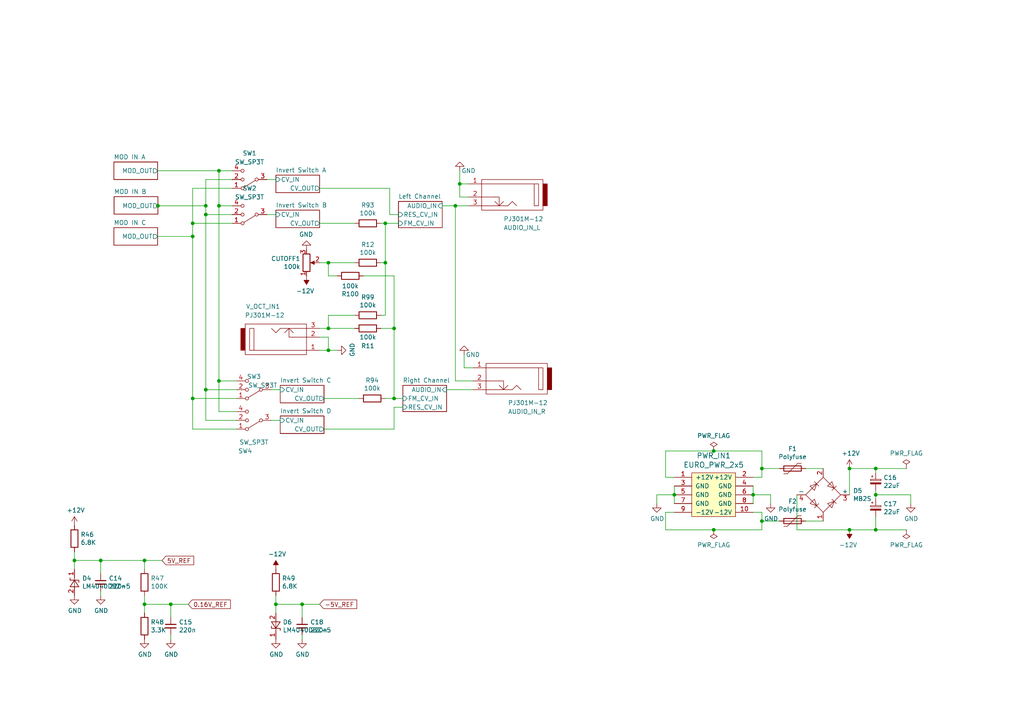
<source format=kicad_sch>
(kicad_sch (version 20230121) (generator eeschema)
  (paper "A4")
  (title_block (title "Schräg") (date "2019-08-04") (rev "1") (comment 1 "8HP Remix of the Bastl Cinnamon filter with CV control over resonance"))
  (lib_symbols
    (symbol "Device:C_Small" (pin_numbers hide) (pin_names (offset 0.254) hide)
      (property "Reference" "C" (at 0.254 1.778 0))
      (property "Value" "C_Small" (at 0.254 -2.032 0))
      (symbol "C_Small_0_1"
        (polyline (pts (xy -1.524 -0.508) (xy 1.524 -0.508)) (stroke (width 0.3302)))
        (polyline (pts (xy -1.524 0.508) (xy 1.524 0.508)) (stroke (width 0.3048)))
      )
      (symbol "C_Small_1_1"
        (pin passive line (at 0 2.54 270) (length 2.032) (name "~") (number "1"))
        (pin passive line (at 0 -2.54 90) (length 2.032) (name "~") (number "2"))
      )
    )
    (symbol "Device:Polyfuse" (pin_numbers hide) (pin_names (offset 0))
      (property "Reference" "F" (at -2.54 0 90))
      (property "Value" "Polyfuse" (at 2.54 0 90))
      (symbol "Polyfuse_0_1"
        (rectangle (start -0.762 2.54) (end 0.762 -2.54) (stroke (width 0.254)))
        (polyline (pts (xy 0 2.54) (xy 0 -2.54)))
        (polyline (pts (xy -1.524 2.54) (xy -1.524 1.524) (xy 1.524 -1.524) (xy 1.524 -2.54)))
      )
      (symbol "Polyfuse_1_1"
        (pin passive line (at 0 3.81 270) (length 1.27) (name "~") (number "1"))
        (pin passive line (at 0 -3.81 90) (length 1.27) (name "~") (number "2"))
      )
    )
    (symbol "Device:R" (pin_numbers hide) (pin_names (offset 0))
      (property "Reference" "R" (at 2.032 0 90))
      (property "Value" "R" (at 0 0 90))
      (symbol "R_0_1"
        (rectangle (start -1.016 -2.54) (end 1.016 2.54) (stroke (width 0.254)))
      )
      (symbol "R_1_1"
        (pin passive line (at 0 3.81 270) (length 1.27) (name "~") (number "1"))
        (pin passive line (at 0 -3.81 90) (length 1.27) (name "~") (number "2"))
      )
    )
    (symbol "Diode_Bridge:MB2S" (pin_names (offset 0))
      (property "Reference" "D" (at 2.54 6.985 0))
      (property "Value" "MB2S" (at 2.54 5.08 0))
      (symbol "MB2S_0_1"
        (polyline (pts (xy -2.54 3.81) (xy -1.27 2.54)))
        (polyline (pts (xy -1.27 -2.54) (xy -2.54 -3.81)))
        (polyline (pts (xy 2.54 -1.27) (xy 3.81 -2.54)))
        (polyline (pts (xy 2.54 1.27) (xy 3.81 2.54)))
        (polyline (pts (xy -3.81 2.54) (xy -2.54 1.27) (xy -1.905 3.175) (xy -3.81 2.54)))
        (polyline (pts (xy -2.54 -1.27) (xy -3.81 -2.54) (xy -1.905 -3.175) (xy -2.54 -1.27)))
        (polyline (pts (xy 1.27 2.54) (xy 2.54 3.81) (xy 3.175 1.905) (xy 1.27 2.54)))
        (polyline (pts (xy 3.175 -1.905) (xy 1.27 -2.54) (xy 2.54 -3.81) (xy 3.175 -1.905)))
        (polyline (pts (xy -5.08 0) (xy 0 -5.08) (xy 5.08 0) (xy 0 5.08) (xy -5.08 0)))
      )
      (symbol "MB2S_1_1"
        (pin passive line (at 0 -7.62 90) (length 2.54) (name "~") (number "1"))
        (pin passive line (at 0 7.62 270) (length 2.54) (name "~") (number "2"))
        (pin passive line (at 7.62 0 180) (length 2.54) (name "+") (number "3"))
        (pin passive line (at -7.62 0 0) (length 2.54) (name "-") (number "4"))
      )
    )
    (symbol "Reference_Voltage:LM4040DBZ-5" (pin_names (offset 0.0254) hide)
      (property "Reference" "U" (at 0 2.54 0))
      (property "Value" "LM4040DBZ-5" (at 0 -3.175 0))
      (symbol "LM4040DBZ-5_0_1"
        (polyline (pts (xy -1.27 0) (xy 0 0) (xy 1.27 0)))
        (polyline (pts (xy -1.27 -1.27) (xy 0.635 0) (xy -1.27 1.27) (xy -1.27 -1.27)) (stroke (width 0.2032)))
        (polyline (pts (xy 0 -1.27) (xy 0.635 -1.27) (xy 0.635 1.27) (xy 1.27 1.27)) (stroke (width 0.2032)))
      )
      (symbol "LM4040DBZ-5_1_1"
        (pin passive line (at 3.81 0 180) (length 2.54) (name "K") (number "1"))
        (pin passive line (at -3.81 0 0) (length 2.54) (name "A") (number "2"))
      )
    )
    (symbol "Schraeg-rescue:CP_Small-Device" (pin_numbers hide) (pin_names (offset 0.254) hide)
      (property "Reference" "C" (at 0.254 1.778 0))
      (property "Value" "Device_CP_Small" (at 0.254 -2.032 0))
      (symbol "CP_Small-Device_0_1"
        (rectangle (start -1.524 -0.3048) (end 1.524 -0.6858) (fill (type outline)))
        (rectangle (start -1.524 0.6858) (end 1.524 0.3048))
        (polyline (pts (xy -1.27 1.524) (xy -0.762 1.524)))
        (polyline (pts (xy -1.016 1.27) (xy -1.016 1.778)))
      )
      (symbol "CP_Small-Device_1_1"
        (pin passive line (at 0 2.54 270) (length 1.8542) (name "~") (number "1"))
        (pin passive line (at 0 -2.54 90) (length 1.8542) (name "~") (number "2"))
      )
    )
    (symbol "Schraeg-rescue:EURO_PWR_2x5-eurocad" (pin_names (offset 1.016))
      (property "Reference" "J" (at 0 -7.62 0))
      (property "Value" "eurocad_EURO_PWR_2x5" (at 0 7.62 0))
      (symbol "EURO_PWR_2x5-eurocad_0_1"
        (rectangle (start -6.35 6.35) (end 6.35 -6.35) (fill (type background)))
      )
      (symbol "EURO_PWR_2x5-eurocad_1_1"
        (pin power_in line (at -11.43 5.08 0) (length 5.08) (name "+12V") (number "1"))
        (pin power_in line (at 11.43 -5.08 180) (length 5.08) (name "-12V") (number "10"))
        (pin power_in line (at 11.43 5.08 180) (length 5.08) (name "+12V") (number "2"))
        (pin power_in line (at -11.43 2.54 0) (length 5.08) (name "GND") (number "3"))
        (pin power_in line (at 11.43 2.54 180) (length 5.08) (name "GND") (number "4"))
        (pin power_in line (at -11.43 0 0) (length 5.08) (name "GND") (number "5"))
        (pin power_in line (at 11.43 0 180) (length 5.08) (name "GND") (number "6"))
        (pin power_in line (at -11.43 -2.54 0) (length 5.08) (name "GND") (number "7"))
        (pin power_in line (at 11.43 -2.54 180) (length 5.08) (name "GND") (number "8"))
        (pin power_in line (at -11.43 -5.08 0) (length 5.08) (name "-12V") (number "9"))
      )
    )
    (symbol "Schraeg-rescue:PJ301M-12-eurocad" (pin_names (offset 1.016))
      (property "Reference" "J" (at -8.89 -5.08 0))
      (property "Value" "eurocad_PJ301M-12" (at -3.81 6.35 0))
      (symbol "PJ301M-12-eurocad_0_1"
        (rectangle (start -11.43 3.81) (end -10.16 -2.54) (fill (type outline)))
        (polyline (pts (xy 3.81 0) (xy 7.62 0) (xy 7.62 0)))
        (polyline (pts (xy 0 -2.54) (xy -1.27 -1.27) (xy -2.54 -2.54) (xy -2.54 -2.54)))
        (polyline (pts (xy 0 -2.54) (xy 7.62 -2.54) (xy 7.62 -2.54) (xy 7.62 -2.54)))
        (polyline (pts (xy 1.27 -1.27) (xy 2.54 -2.54) (xy 3.81 -1.27) (xy 3.81 -1.27)))
        (polyline (pts (xy 3.81 0) (xy 2.54 0) (xy 2.54 -2.54) (xy 2.54 -2.54)))
        (polyline (pts (xy 7.62 3.81) (xy -8.89 3.81) (xy -8.89 -2.54) (xy -7.62 -2.54) (xy -7.62 3.81)))
        (rectangle (start 7.62 -3.81) (end -10.16 5.08))
      )
      (symbol "PJ301M-12-eurocad_1_1"
        (pin passive line (at 11.43 3.81 180) (length 3.81) (name "~") (number "1"))
        (pin passive line (at 11.43 0 180) (length 3.81) (name "~") (number "2"))
        (pin passive line (at 11.43 -2.54 180) (length 3.81) (name "~") (number "3"))
      )
    )
    (symbol "Schraeg-rescue:R_POT-Device" (pin_names (offset 1.016) hide)
      (property "Reference" "RV" (at -4.445 0 90))
      (property "Value" "Device_R_POT" (at -2.54 0 90))
      (symbol "R_POT-Device_0_1"
        (polyline (pts (xy 2.54 0) (xy 1.524 0)))
        (polyline (pts (xy 1.143 0) (xy 2.286 0.508) (xy 2.286 -0.508) (xy 1.143 0)) (fill (type outline)))
        (rectangle (start 1.016 2.54) (end -1.016 -2.54) (stroke (width 0.254)))
      )
      (symbol "R_POT-Device_1_1"
        (pin passive line (at 0 3.81 270) (length 1.27) (name "1") (number "1"))
        (pin passive line (at 3.81 0 180) (length 1.27) (name "2") (number "2"))
        (pin passive line (at 0 -3.81 90) (length 1.27) (name "3") (number "3"))
      )
    )
    (symbol "Switch:SW_SP3T" (pin_names (offset 0) hide)
      (property "Reference" "SW" (at 0 5.08 0))
      (property "Value" "SW_SP3T" (at 0 -5.08 0))
      (symbol "SW_SP3T_0_1"
        (circle (center -2.032 0) (radius 0.4572))
        (polyline (pts (xy -1.651 0.254) (xy 1.651 2.286)))
        (circle (center 2.032 -2.54) (radius 0.4572))
        (circle (center 2.032 0) (radius 0.4572))
        (circle (center 2.032 2.54) (radius 0.4572))
      )
      (symbol "SW_SP3T_1_1"
        (pin passive line (at 5.08 2.54 180) (length 2.54) (name "1") (number "1"))
        (pin passive line (at 5.08 0 180) (length 2.54) (name "2") (number "2"))
        (pin passive line (at -5.08 0 0) (length 2.54) (name "3") (number "3"))
        (pin passive line (at 5.08 -2.54 180) (length 2.54) (name "4") (number "4"))
      )
    )
    (symbol "power:+12V" (power) (pin_names (offset 0))
      (property "Value" "+12V" (at 0 3.556 0))
      (symbol "+12V_0_1"
        (polyline (pts (xy -0.762 1.27) (xy 0 2.54)))
        (polyline (pts (xy 0 0) (xy 0 2.54)))
        (polyline (pts (xy 0 2.54) (xy 0.762 1.27)))
      )
      (symbol "+12V_1_1"
        (pin power_in line (at 0 0 90) (length 0) hide (name "+12V") (number "1"))
      )
    )
    (symbol "power:-12V" (power) (pin_names (offset 0))
      (property "Value" "-12V" (at 0 3.81 0))
      (symbol "-12V_0_0"
        (pin power_in line (at 0 0 90) (length 0) hide (name "-12V") (number "1"))
      )
      (symbol "-12V_0_1"
        (polyline (pts (xy 0 0) (xy 0 1.27) (xy 0.762 1.27) (xy 0 2.54) (xy -0.762 1.27) (xy 0 1.27)) (fill (type outline)))
      )
    )
    (symbol "power:GND" (power) (pin_names (offset 0))
      (property "Value" "GND" (at 0 -3.81 0))
      (symbol "GND_0_1"
        (polyline (pts (xy 0 0) (xy 0 -1.27) (xy 1.27 -1.27) (xy 0 -2.54) (xy -1.27 -1.27) (xy 0 -1.27)))
      )
      (symbol "GND_1_1"
        (pin power_in line (at 0 0 270) (length 0) hide (name "GND") (number "1"))
      )
    )
    (symbol "power:PWR_FLAG" (power) (pin_numbers hide) (pin_names (offset 0) hide)
      (property "Value" "PWR_FLAG" (at 0 3.81 0))
      (symbol "PWR_FLAG_0_0"
        (pin power_out line (at 0 0 90) (length 0) (name "pwr") (number "1"))
      )
      (symbol "PWR_FLAG_0_1"
        (polyline (pts (xy 0 0) (xy 0 1.27) (xy -1.016 1.905) (xy 0 2.54) (xy 1.016 1.905) (xy 0 1.27)))
      )
    )
  )
  (junction (at 45.7932 59.69))
  (junction (at 132.08 59.69))
  (junction (at 220.98 135.89))
  (junction (at 59.69 59.69))
  (junction (at 218.44 143.51))
  (junction (at 41.91 175.26))
  (junction (at 111.76 64.77))
  (junction (at 63.5 110.49))
  (junction (at 29.21 162.56))
  (junction (at 55.88 68.58))
  (junction (at 220.98 151.13))
  (junction (at 80.01 175.26))
  (junction (at 59.69 113.03))
  (junction (at 207.01 130.81))
  (junction (at 254 135.89))
  (junction (at 111.76 76.2))
  (junction (at 21.59 162.56))
  (junction (at 254 153.67))
  (junction (at 49.53 175.26))
  (junction (at 95.25 76.2))
  (junction (at 63.5 49.53))
  (junction (at 63.5 59.69))
  (junction (at 195.58 143.51))
  (junction (at 114.3 115.57))
  (junction (at 59.69 62.23))
  (junction (at 95.25 101.6))
  (junction (at 207.01 153.67))
  (junction (at 87.63 175.26))
  (junction (at 246.38 135.89))
  (junction (at 114.3 95.25))
  (junction (at 133.35 53.34))
  (junction (at 246.38 153.67))
  (junction (at 55.88 64.77))
  (junction (at 55.88 115.57))
  (junction (at 95.25 95.25))
  (junction (at 41.91 162.56))
  (junction (at 254 143.51))
  (wire (pts (xy 254 153.67) (xy 262.89 153.67)))
  (wire (pts (xy 68.58 115.57) (xy 55.88 115.57)))
  (wire (pts (xy 63.5 119.38) (xy 63.5 110.49)))
  (wire (pts (xy 41.91 172.72) (xy 41.91 175.26)))
  (wire (pts (xy 68.58 119.38) (xy 63.5 119.38)))
  (wire (pts (xy 67.31 59.69) (xy 63.5 59.69)))
  (wire (pts (xy 114.3 80.01) (xy 114.3 95.25)))
  (wire (pts (xy 87.63 179.07) (xy 87.63 175.26)))
  (wire (pts (xy 231.14 143.51) (xy 231.14 153.67)))
  (wire (pts (xy 113.03 62.23) (xy 115.57 62.23)))
  (wire (pts (xy 55.88 124.46) (xy 55.88 115.57)))
  (wire (pts (xy 195.58 143.51) (xy 195.58 146.05)))
  (wire (pts (xy 218.44 140.97) (xy 218.44 143.51)))
  (wire (pts (xy 95.25 91.44) (xy 102.87 91.44)))
  (wire (pts (xy 92.71 64.77) (xy 102.87 64.77)))
  (wire (pts (xy 59.69 52.07) (xy 67.31 52.07)))
  (wire (pts (xy 92.71 101.6) (xy 95.25 101.6)))
  (wire (pts (xy 105.41 80.01) (xy 114.3 80.01)))
  (wire (pts (xy 80.01 175.26) (xy 87.63 175.26)))
  (wire (pts (xy 195.58 143.51) (xy 190.5 143.51)))
  (wire (pts (xy 231.14 153.67) (xy 246.38 153.67)))
  (wire (pts (xy 111.76 64.77) (xy 111.76 76.2)))
  (wire (pts (xy 63.5 110.49) (xy 68.58 110.49)))
  (wire (pts (xy 111.76 91.44) (xy 111.76 76.2)))
  (wire (pts (xy 45.72 59.69) (xy 45.7932 59.69)))
  (wire (pts (xy 254 135.89) (xy 254 137.16)))
  (wire (pts (xy 110.49 76.2) (xy 111.76 76.2)))
  (wire (pts (xy 63.5 59.69) (xy 63.5 110.49)))
  (wire (pts (xy 49.53 184.15) (xy 49.53 185.42)))
  (wire (pts (xy 195.58 140.97) (xy 195.58 143.51)))
  (wire (pts (xy 93.98 124.46) (xy 114.3 124.46)))
  (wire (pts (xy 95.25 76.2) (xy 95.25 80.01)))
  (wire (pts (xy 49.53 175.26) (xy 54.61 175.26)))
  (wire (pts (xy 45.7932 59.69) (xy 59.69 59.69)))
  (wire (pts (xy 193.04 148.59) (xy 193.04 153.67)))
  (wire (pts (xy 133.35 53.34) (xy 133.35 49.53)))
  (wire (pts (xy 207.01 130.81) (xy 220.98 130.81)))
  (wire (pts (xy 78.74 121.92) (xy 81.28 121.92)))
  (wire (pts (xy 254 143.51) (xy 254 142.24)))
  (wire (pts (xy 113.03 54.61) (xy 113.03 62.23)))
  (wire (pts (xy 254 144.78) (xy 254 143.51)))
  (wire (pts (xy 41.91 175.26) (xy 49.53 175.26)))
  (wire (pts (xy 21.59 162.56) (xy 21.59 160.02)))
  (wire (pts (xy 135.89 57.15) (xy 133.35 57.15)))
  (wire (pts (xy 223.52 143.51) (xy 223.52 146.05)))
  (wire (pts (xy 114.3 115.57) (xy 116.84 115.57)))
  (wire (pts (xy 220.98 138.43) (xy 218.44 138.43)))
  (wire (pts (xy 63.5 49.53) (xy 63.5 59.69)))
  (wire (pts (xy 111.76 115.57) (xy 114.3 115.57)))
  (wire (pts (xy 254 135.89) (xy 262.89 135.89)))
  (wire (pts (xy 80.01 175.26) (xy 80.01 177.8)))
  (wire (pts (xy 59.69 113.03) (xy 59.69 62.23)))
  (wire (pts (xy 92.71 54.61) (xy 113.03 54.61)))
  (wire (pts (xy 218.44 143.51) (xy 223.52 143.51)))
  (wire (pts (xy 95.25 95.25) (xy 102.87 95.25)))
  (wire (pts (xy 92.71 97.79) (xy 95.25 97.79)))
  (wire (pts (xy 41.91 162.56) (xy 46.99 162.56)))
  (wire (pts (xy 220.98 151.13) (xy 220.98 148.59)))
  (wire (pts (xy 190.5 143.51) (xy 190.5 146.05)))
  (wire (pts (xy 97.79 101.6) (xy 95.25 101.6)))
  (wire (pts (xy 254 153.67) (xy 254 149.86)))
  (wire (pts (xy 111.76 64.77) (xy 115.57 64.77)))
  (wire (pts (xy 207.01 153.67) (xy 220.98 153.67)))
  (wire (pts (xy 233.68 151.13) (xy 238.76 151.13)))
  (wire (pts (xy 67.31 62.23) (xy 59.69 62.23)))
  (wire (pts (xy 63.5 49.53) (xy 67.31 49.53)))
  (wire (pts (xy 87.63 184.15) (xy 87.63 185.42)))
  (wire (pts (xy 92.71 76.2) (xy 95.25 76.2)))
  (wire (pts (xy 114.3 95.25) (xy 114.3 115.57)))
  (wire (pts (xy 41.91 175.26) (xy 41.91 177.8)))
  (wire (pts (xy 135.89 53.34) (xy 133.35 53.34)))
  (wire (pts (xy 220.98 148.59) (xy 218.44 148.59)))
  (wire (pts (xy 95.25 95.25) (xy 92.71 95.25)))
  (wire (pts (xy 132.08 59.69) (xy 135.89 59.69)))
  (wire (pts (xy 59.69 121.92) (xy 59.69 113.03)))
  (wire (pts (xy 110.49 95.25) (xy 114.3 95.25)))
  (wire (pts (xy 220.98 153.67) (xy 220.98 151.13)))
  (wire (pts (xy 68.58 113.03) (xy 59.69 113.03)))
  (wire (pts (xy 21.59 165.1) (xy 21.59 162.56)))
  (wire (pts (xy 114.3 124.46) (xy 114.3 118.11)))
  (wire (pts (xy 264.16 143.51) (xy 264.16 146.05)))
  (wire (pts (xy 137.16 106.68) (xy 134.62 106.68)))
  (wire (pts (xy 80.01 172.72) (xy 80.01 175.26)))
  (wire (pts (xy 45.72 49.53) (xy 63.5 49.53)))
  (wire (pts (xy 68.58 121.92) (xy 59.69 121.92)))
  (wire (pts (xy 29.21 171.45) (xy 29.21 172.72)))
  (wire (pts (xy 29.21 162.56) (xy 41.91 162.56)))
  (wire (pts (xy 133.35 57.15) (xy 133.35 53.34)))
  (wire (pts (xy 114.3 118.11) (xy 116.84 118.11)))
  (wire (pts (xy 59.69 62.23) (xy 59.69 59.69)))
  (wire (pts (xy 220.98 135.89) (xy 220.98 138.43)))
  (wire (pts (xy 87.63 175.26) (xy 92.71 175.26)))
  (wire (pts (xy 110.49 64.77) (xy 111.76 64.77)))
  (wire (pts (xy 29.21 166.37) (xy 29.21 162.56)))
  (wire (pts (xy 220.98 130.81) (xy 220.98 135.89)))
  (wire (pts (xy 193.04 130.81) (xy 207.01 130.81)))
  (wire (pts (xy 193.04 153.67) (xy 207.01 153.67)))
  (wire (pts (xy 246.38 153.67) (xy 254 153.67)))
  (wire (pts (xy 77.47 62.23) (xy 80.01 62.23)))
  (wire (pts (xy 254 143.51) (xy 264.16 143.51)))
  (wire (pts (xy 49.53 179.07) (xy 49.53 175.26)))
  (wire (pts (xy 246.38 143.51) (xy 246.38 135.89)))
  (wire (pts (xy 233.68 135.89) (xy 238.76 135.89)))
  (wire (pts (xy 195.58 138.43) (xy 193.04 138.43)))
  (wire (pts (xy 218.44 143.51) (xy 218.44 146.05)))
  (wire (pts (xy 55.88 115.57) (xy 55.88 68.58)))
  (wire (pts (xy 77.47 52.07) (xy 80.01 52.07)))
  (wire (pts (xy 55.88 64.77) (xy 67.31 64.77)))
  (wire (pts (xy 134.62 106.68) (xy 134.62 102.87)))
  (wire (pts (xy 195.58 148.59) (xy 193.04 148.59)))
  (wire (pts (xy 59.69 59.69) (xy 59.69 52.07)))
  (wire (pts (xy 95.25 80.01) (xy 97.79 80.01)))
  (wire (pts (xy 129.54 113.03) (xy 137.16 113.03)))
  (wire (pts (xy 95.25 76.2) (xy 102.87 76.2)))
  (wire (pts (xy 55.88 54.61) (xy 55.88 64.77)))
  (wire (pts (xy 41.91 165.1) (xy 41.91 162.56)))
  (wire (pts (xy 220.98 151.13) (xy 226.06 151.13)))
  (wire (pts (xy 128.27 59.69) (xy 132.08 59.69)))
  (wire (pts (xy 68.58 124.46) (xy 55.88 124.46)))
  (wire (pts (xy 95.25 95.25) (xy 95.25 91.44)))
  (wire (pts (xy 110.49 91.44) (xy 111.76 91.44)))
  (wire (pts (xy 132.08 110.49) (xy 137.16 110.49)))
  (wire (pts (xy 246.38 135.89) (xy 254 135.89)))
  (wire (pts (xy 21.59 162.56) (xy 29.21 162.56)))
  (wire (pts (xy 220.98 135.89) (xy 226.06 135.89)))
  (wire (pts (xy 95.25 97.79) (xy 95.25 101.6)))
  (wire (pts (xy 55.88 68.58) (xy 45.72 68.58)))
  (wire (pts (xy 55.88 64.77) (xy 55.88 68.58)))
  (wire (pts (xy 132.08 110.49) (xy 132.08 59.69)))
  (wire (pts (xy 67.31 54.61) (xy 55.88 54.61)))
  (wire (pts (xy 78.74 113.03) (xy 81.28 113.03)))
  (wire (pts (xy 193.04 138.43) (xy 193.04 130.81)))
  (wire (pts (xy 93.98 115.57) (xy 104.14 115.57)))
  (global_label "0.16V_REF" (shape input) (at 54.61 175.26 0) (property "Intersheetrefs" "${INTERSHEET_REFS}" (effects hide)))
  (global_label "5V_REF" (shape input) (at 46.99 162.56 0) (property "Intersheetrefs" "${INTERSHEET_REFS}" (effects hide)))
  (global_label "-5V_REF" (shape input) (at 92.71 175.26 0) (property "Intersheetrefs" "${INTERSHEET_REFS}" (effects hide)))
  (symbol (lib_id "power:GND") (at 133.35 49.53 180) (unit 1)
    (property "Reference" "#PWR011" (effects hide))
    (property "Value" "GND" (at 135.89 49.53 0))
  )
  (symbol (lib_id "power:GND") (at 223.52 146.05 0) (unit 1)
    (property "Reference" "#PWR035" (effects hide))
    (property "Value" "GND" (at 223.647 150.4442 0))
  )
  (symbol (lib_id "Device:Polyfuse") (at 229.87 151.13 270) (unit 1)
    (property "Reference" "F2" (at 229.87 145.415 90))
    (property "Value" "Polyfuse" (at 229.87 147.7264 90))
    (property "Footprint" "Fuse:Fuse_1206_3216Metric_Pad1.42x1.75mm_HandSolder" (effects hide))
  )
  (symbol (lib_id "Diode_Bridge:MB2S") (at 238.76 143.51 0) (unit 1)
    (property "Reference" "D5" (at 247.4214 142.3416 0) (effects (justify left)))
    (property "Value" "MB2S" (at 247.4214 144.653 0) (effects (justify left)))
    (property "Footprint" "Package_TO_SOT_SMD:TO-269AA" (effects hide))
    (property "Datasheet" "http://www.vishay.com/docs/88661/mb2s.pdf" (effects hide))
  )
  (symbol (lib_id "power:GND") (at 88.9 72.39 180) (unit 1)
    (property "Reference" "#PWR07" (effects hide))
    (property "Value" "GND" (at 88.773 67.9958 0))
  )
  (symbol (lib_id "power:GND") (at 87.63 185.42 0) (unit 1)
    (property "Reference" "#PWR041" (effects hide))
    (property "Value" "GND" (at 87.757 189.8142 0))
  )
  (symbol (lib_id "Schraeg-rescue:CP_Small-Device") (at 254 147.32 0) (unit 1)
    (property "Reference" "C17" (at 256.2352 146.1516 0) (effects (justify left)))
    (property "Value" "22uF" (at 256.2352 148.463 0) (effects (justify left)))
    (property "Footprint" "Capacitor_SMD:CP_Elec_6.3x5.4" (effects hide))
  )
  (symbol (lib_id "Device:R") (at 21.59 156.21 0) (unit 1)
    (property "Reference" "R46" (at 23.368 155.0416 0) (effects (justify left)))
    (property "Value" "6.8K" (at 23.368 157.353 0) (effects (justify left)))
    (property "Footprint" "Resistor_SMD:R_0603_1608Metric_Pad1.05x0.95mm_HandSolder" (effects hide))
  )
  (symbol (lib_id "power:GND") (at 264.16 146.05 0) (unit 1)
    (property "Reference" "#PWR042" (effects hide))
    (property "Value" "GND" (at 264.287 150.4442 0))
  )
  (symbol (lib_id "power:-12V") (at 80.01 165.1 0) (unit 1)
    (property "Reference" "#PWR039" (effects hide))
    (property "Value" "-12V" (at 80.391 160.7058 0))
  )
  (symbol (lib_id "Device:R") (at 106.68 64.77 270) (unit 1)
    (property "Reference" "R93" (at 106.68 59.5122 90))
    (property "Value" "100k" (at 106.68 61.8236 90))
    (property "Footprint" "Resistor_SMD:R_0603_1608Metric_Pad1.05x0.95mm_HandSolder" (effects hide))
  )
  (symbol (lib_id "Device:C_Small") (at 29.21 168.91 0) (unit 1)
    (property "Reference" "C14" (at 31.5468 167.7416 0) (effects (justify left)))
    (property "Value" "220n" (at 31.5468 170.053 0) (effects (justify left)))
    (property "Footprint" "Capacitor_SMD:C_0603_1608Metric_Pad1.05x0.95mm_HandSolder" (effects hide))
  )
  (symbol (lib_id "Device:C_Small") (at 49.53 181.61 0) (unit 1)
    (property "Reference" "C15" (at 51.8668 180.4416 0) (effects (justify left)))
    (property "Value" "220n" (at 51.8668 182.753 0) (effects (justify left)))
    (property "Footprint" "Capacitor_SMD:C_0603_1608Metric_Pad1.05x0.95mm_HandSolder" (effects hide))
  )
  (symbol (lib_id "Device:C_Small") (at 87.63 181.61 0) (unit 1)
    (property "Reference" "C18" (at 89.9668 180.4416 0) (effects (justify left)))
    (property "Value" "220n" (at 89.9668 182.753 0) (effects (justify left)))
    (property "Footprint" "Capacitor_SMD:C_0603_1608Metric_Pad1.05x0.95mm_HandSolder" (effects hide))
  )
  (symbol (lib_id "Switch:SW_SP3T") (at 73.66 113.03 180) (unit 1)
    (property "Reference" "SW3" (at 73.66 109.22 0))
    (property "Value" "SW_SP3T" (at 76.2 111.76 0))
  )
  (symbol (lib_id "Schraeg-rescue:PJ301M-12-eurocad") (at 81.28 97.79 0) (mirror x) (unit 1)
    (property "Reference" "V_OCT_IN1" (at 81.28 88.9 0) (effects (justify right)))
    (property "Value" "PJ301M-12" (at 82.55 91.44 0) (effects (justify right)))
    (property "Footprint" "Eurocad:PJ301M-12" (effects hide))
  )
  (symbol (lib_id "Schraeg-rescue:R_POT-Device") (at 88.9 76.2 0) (mirror x) (unit 1)
    (property "Reference" "CUTOFF1" (at 87.122 75.0316 0) (effects (justify right)))
    (property "Value" "100k" (at 87.122 77.343 0) (effects (justify right)))
    (property "Footprint" "Eurocad:Alpha9mmPot" (effects hide))
  )
  (symbol (lib_id "Schraeg-rescue:PJ301M-12-eurocad") (at 148.59 110.49 0) (mirror y) (unit 1)
    (property "Reference" "AUDIO_IN_R" (at 147.32 119.38 0) (effects (justify right)))
    (property "Value" "PJ301M-12" (at 147.32 116.84 0) (effects (justify right)))
    (property "Footprint" "Eurocad:PJ301M-12" (effects hide))
  )
  (symbol (lib_id "Device:Polyfuse") (at 229.87 135.89 270) (unit 1)
    (property "Reference" "F1" (at 229.87 130.175 90))
    (property "Value" "Polyfuse" (at 229.87 132.4864 90))
    (property "Footprint" "Fuse:Fuse_1206_3216Metric_Pad1.42x1.75mm_HandSolder" (effects hide))
  )
  (symbol (lib_id "power:GND") (at 49.53 185.42 0) (unit 1)
    (property "Reference" "#PWR036" (effects hide))
    (property "Value" "GND" (at 49.657 189.8142 0))
  )
  (symbol (lib_id "Reference_Voltage:LM4040DBZ-5") (at 21.59 168.91 90) (unit 1)
    (property "Reference" "D4" (at 23.8252 167.7416 90) (effects (justify right)))
    (property "Value" "LM4040DBZ-5" (at 23.8252 170.053 90) (effects (justify right)))
    (property "Footprint" "Package_TO_SOT_SMD:SOT-23" (effects hide))
    (property "Datasheet" "http://www.ti.com/lit/ds/symlink/lm4040-n.pdf" (effects hide))
  )
  (symbol (lib_id "power:GND") (at 134.62 102.87 180) (unit 1)
    (property "Reference" "#PWR070" (effects hide))
    (property "Value" "GND" (at 137.16 102.87 0))
  )
  (symbol (lib_id "Schraeg-rescue:EURO_PWR_2x5-eurocad") (at 207.01 143.51 0) (unit 1)
    (property "Reference" "PWR_IN1" (at 207.01 132.1562 0) (effects (font (size 1.524 1.524))))
    (property "Value" "EURO_PWR_2x5" (at 207.01 134.8486 0) (effects (font (size 1.524 1.524))))
    (property "Footprint" "Connector_PinHeader_2.54mm:PinHeader_2x05_P2.54mm_Vertical" (effects hide))
  )
  (symbol (lib_id "power:GND") (at 29.21 172.72 0) (unit 1)
    (property "Reference" "#PWR033" (effects hide))
    (property "Value" "GND" (at 29.337 177.1142 0))
  )
  (symbol (lib_id "Switch:SW_SP3T") (at 73.66 121.92 180) (unit 1)
    (property "Reference" "SW4" (at 71.12 130.81 0))
    (property "Value" "SW_SP3T" (at 73.66 128.27 0))
  )
  (symbol (lib_id "Device:R") (at 106.68 95.25 270) (unit 1)
    (property "Reference" "R11" (at 106.68 100.33 90))
    (property "Value" "100k" (at 106.68 97.79 90))
    (property "Footprint" "Resistor_SMD:R_0603_1608Metric_Pad1.05x0.95mm_HandSolder" (effects hide))
  )
  (symbol (lib_id "Device:R") (at 41.91 181.61 0) (unit 1)
    (property "Reference" "R48" (at 43.688 180.4416 0) (effects (justify left)))
    (property "Value" "3.3K" (at 43.688 182.753 0) (effects (justify left)))
    (property "Footprint" "Resistor_SMD:R_0603_1608Metric_Pad1.05x0.95mm_HandSolder" (effects hide))
  )
  (symbol (lib_id "Schraeg-rescue:CP_Small-Device") (at 254 139.7 0) (unit 1)
    (property "Reference" "C16" (at 256.2352 138.5316 0) (effects (justify left)))
    (property "Value" "22uF" (at 256.2352 140.843 0) (effects (justify left)))
    (property "Footprint" "Capacitor_SMD:CP_Elec_6.3x5.4" (effects hide))
  )
  (symbol (lib_id "power:-12V") (at 246.38 153.67 180) (unit 1)
    (property "Reference" "#PWR038" (effects hide))
    (property "Value" "-12V" (at 245.999 158.0642 0))
  )
  (symbol (lib_id "Switch:SW_SP3T") (at 72.39 62.23 180) (unit 1)
    (property "Reference" "SW2" (at 72.39 54.61 0))
    (property "Value" "SW_SP3T" (at 72.39 57.15 0))
  )
  (symbol (lib_id "Reference_Voltage:LM4040DBZ-5") (at 80.01 181.61 270) (unit 1)
    (property "Reference" "D6" (at 82.0166 180.4416 90) (effects (justify left)))
    (property "Value" "LM4040DBZ-5" (at 82.0166 182.753 90) (effects (justify left)))
    (property "Footprint" "Package_TO_SOT_SMD:SOT-23" (effects hide))
    (property "Datasheet" "http://www.ti.com/lit/ds/symlink/lm4040-n.pdf" (effects hide))
  )
  (symbol (lib_id "power:PWR_FLAG") (at 262.89 135.89 0) (unit 1)
    (property "Reference" "#FLG03" (effects hide))
    (property "Value" "PWR_FLAG" (at 262.89 131.4704 0))
  )
  (symbol (lib_id "Device:R") (at 107.95 115.57 270) (unit 1)
    (property "Reference" "R94" (at 107.95 110.3122 90))
    (property "Value" "100k" (at 107.95 112.6236 90))
    (property "Footprint" "Resistor_SMD:R_0603_1608Metric_Pad1.05x0.95mm_HandSolder" (effects hide))
  )
  (symbol (lib_id "Switch:SW_SP3T") (at 72.39 52.07 180) (unit 1)
    (property "Reference" "SW1" (at 72.39 44.45 0))
    (property "Value" "SW_SP3T" (at 72.39 46.99 0))
  )
  (symbol (lib_id "Schraeg-rescue:PJ301M-12-eurocad") (at 147.32 57.15 0) (mirror y) (unit 1)
    (property "Reference" "AUDIO_IN_L" (at 146.05 66.04 0) (effects (justify right)))
    (property "Value" "PJ301M-12" (at 146.05 63.5 0) (effects (justify right)))
    (property "Footprint" "Eurocad:PJ301M-12" (effects hide))
  )
  (symbol (lib_id "power:PWR_FLAG") (at 207.01 130.81 0) (unit 1)
    (property "Reference" "#FLG01" (effects hide))
    (property "Value" "PWR_FLAG" (at 207.01 126.3904 0))
  )
  (symbol (lib_id "power:PWR_FLAG") (at 262.89 153.67 180) (unit 1)
    (property "Reference" "#FLG04" (effects hide))
    (property "Value" "PWR_FLAG" (at 262.89 158.0642 0))
  )
  (symbol (lib_id "power:GND") (at 41.91 185.42 0) (unit 1)
    (property "Reference" "#PWR034" (effects hide))
    (property "Value" "GND" (at 42.037 189.8142 0))
  )
  (symbol (lib_id "Device:R") (at 41.91 168.91 0) (unit 1)
    (property "Reference" "R47" (at 43.688 167.7416 0) (effects (justify left)))
    (property "Value" "100K" (at 43.688 170.053 0) (effects (justify left)))
    (property "Footprint" "Resistor_SMD:R_0603_1608Metric_Pad1.05x0.95mm_HandSolder" (effects hide))
  )
  (symbol (lib_id "power:+12V") (at 246.38 135.89 0) (unit 1)
    (property "Reference" "#PWR037" (effects hide))
    (property "Value" "+12V" (at 246.761 131.4958 0))
  )
  (symbol (lib_id "power:GND") (at 21.59 172.72 0) (unit 1)
    (property "Reference" "#PWR032" (effects hide))
    (property "Value" "GND" (at 21.717 177.1142 0))
  )
  (symbol (lib_id "Device:R") (at 80.01 168.91 0) (unit 1)
    (property "Reference" "R49" (at 81.788 167.7416 0) (effects (justify left)))
    (property "Value" "6.8K" (at 81.788 170.053 0) (effects (justify left)))
    (property "Footprint" "Resistor_SMD:R_0603_1608Metric_Pad1.05x0.95mm_HandSolder" (effects hide))
  )
  (symbol (lib_id "power:PWR_FLAG") (at 207.01 153.67 180) (unit 1)
    (property "Reference" "#FLG02" (effects hide))
    (property "Value" "PWR_FLAG" (at 207.01 158.0642 0))
  )
  (symbol (lib_id "power:-12V") (at 88.9 80.01 180) (unit 1)
    (property "Reference" "#PWR08" (effects hide))
    (property "Value" "-12V" (at 88.519 84.4042 0))
  )
  (symbol (lib_id "Device:R") (at 106.68 91.44 270) (unit 1)
    (property "Reference" "R99" (at 106.68 86.1822 90))
    (property "Value" "100k" (at 106.68 88.4936 90))
    (property "Footprint" "Resistor_SMD:R_0603_1608Metric_Pad1.05x0.95mm_HandSolder" (effects hide))
  )
  (symbol (lib_id "power:+12V") (at 21.59 152.4 0) (unit 1)
    (property "Reference" "#PWR031" (effects hide))
    (property "Value" "+12V" (at 21.971 148.0058 0))
  )
  (symbol (lib_id "power:GND") (at 97.79 101.6 90) (unit 1)
    (property "Reference" "#PWR02" (effects hide))
    (property "Value" "GND" (at 102.1842 101.473 0))
  )
  (symbol (lib_id "Device:R") (at 101.6 80.01 90) (unit 1)
    (property "Reference" "R100" (at 101.6 85.2678 90))
    (property "Value" "100k" (at 101.6 82.9564 90))
    (property "Footprint" "Resistor_SMD:R_0603_1608Metric_Pad1.05x0.95mm_HandSolder" (effects hide))
  )
  (symbol (lib_id "power:GND") (at 190.5 146.05 0) (unit 1)
    (property "Reference" "#PWR030" (effects hide))
    (property "Value" "GND" (at 190.627 150.4442 0))
  )
  (symbol (lib_id "power:GND") (at 80.01 185.42 0) (unit 1)
    (property "Reference" "#PWR040" (effects hide))
    (property "Value" "GND" (at 80.137 189.8142 0))
  )
  (symbol (lib_id "Device:R") (at 106.68 76.2 270) (unit 1)
    (property "Reference" "R12" (at 106.68 70.9422 90))
    (property "Value" "100k" (at 106.68 73.2536 90))
    (property "Footprint" "Resistor_SMD:R_0603_1608Metric_Pad1.05x0.95mm_HandSolder" (effects hide))
  )
  (sheet (at 81.28 120.65) (size 12.7 5.08) (stroke (width 0.1524))
    (property "Sheetname" "Invert Switch D" (at 81.28 119.9384 0) (effects (justify left bottom)))
    (property "Sheetfile" "invert_switch.kicad_sch" (effects hide))
    (pin "CV_OUT" output (at 93.98 124.46 0))
    (pin "CV_IN" input (at 81.28 121.92 180))
  )
  (sheet (at 115.57 58.42) (size 12.7 7.62) (stroke (width 0.1524))
    (property "Sheetname" "Left Channel" (at 115.57 57.7084 0) (effects (justify left bottom)))
    (property "Sheetfile" "channel.kicad_sch" (effects hide))
    (pin "FM_CV_IN" input (at 115.57 64.77 180))
    (pin "RES_CV_IN" input (at 115.57 62.23 180))
    (pin "AUDIO_IN" input (at 128.27 59.69 0))
  )
  (sheet (at 33.02 46.99) (size 12.7 5.08) (stroke (width 0.1524))
    (property "Sheetname" "MOD IN A" (at 33.02 46.2784 0) (effects (justify left bottom)))
    (property "Sheetfile" "att_input.kicad_sch" (effects hide))
    (pin "MOD_OUT" output (at 45.72 49.53 0))
  )
  (sheet (at 116.84 111.76) (size 12.7 7.62) (stroke (width 0.1524))
    (property "Sheetname" "Right Channel" (at 116.84 111.0484 0) (effects (justify left bottom)))
    (property "Sheetfile" "channel.kicad_sch" (effects hide))
    (pin "FM_CV_IN" input (at 116.84 115.57 180))
    (pin "RES_CV_IN" input (at 116.84 118.11 180))
    (pin "AUDIO_IN" input (at 129.54 113.03 0))
  )
  (sheet (at 33.0932 57.0394) (size 12.7 5.08) (stroke (width 0.1524))
    (property "Sheetname" "MOD IN B" (at 33.0932 56.3278 0) (effects (justify left bottom)))
    (property "Sheetfile" "att_input.kicad_sch" (effects hide))
    (pin "MOD_OUT" output (at 45.7932 59.69 0))
  )
  (sheet (at 81.28 111.76) (size 12.7 5.08) (stroke (width 0.1524))
    (property "Sheetname" "Invert Switch C" (at 81.28 111.0484 0) (effects (justify left bottom)))
    (property "Sheetfile" "invert_switch.kicad_sch" (effects hide))
    (pin "CV_OUT" output (at 93.98 115.57 0))
    (pin "CV_IN" input (at 81.28 113.03 180))
  )
  (sheet (at 80.01 60.96) (size 12.7 5.08) (stroke (width 0.1524))
    (property "Sheetname" "Invert Switch B" (at 80.01 60.2484 0) (effects (justify left bottom)))
    (property "Sheetfile" "invert_switch.kicad_sch" (effects hide))
    (pin "CV_OUT" output (at 92.71 64.77 0))
    (pin "CV_IN" input (at 80.01 62.23 180))
  )
  (sheet (at 80.01 50.8) (size 12.7 5.08) (stroke (width 0.1524))
    (property "Sheetname" "Invert Switch A" (at 80.01 50.0884 0) (effects (justify left bottom)))
    (property "Sheetfile" "invert_switch.kicad_sch" (effects hide))
    (pin "CV_OUT" output (at 92.71 54.61 0))
    (pin "CV_IN" input (at 80.01 52.07 180))
  )
  (sheet (at 33.02 66.04) (size 12.7 5.08) (stroke (width 0.1524))
    (property "Sheetname" "MOD IN C" (at 33.02 65.3284 0) (effects (justify left bottom)))
    (property "Sheetfile" "att_input.kicad_sch" (effects hide))
    (pin "MOD_OUT" output (at 45.72 68.58 0))
  )
)
</source>
